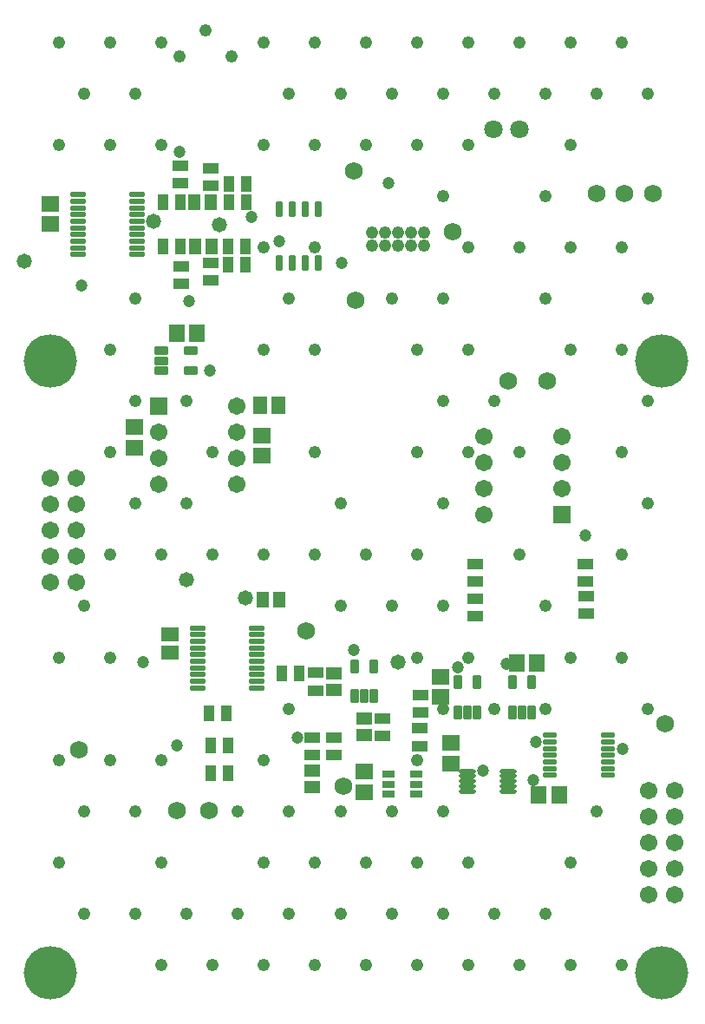
<source format=gbr>
%TF.GenerationSoftware,Altium Limited,Altium Designer,18.0.9 (584)*%
G04 Layer_Color=8388736*
%FSLAX26Y26*%
%MOIN*%
%TF.FileFunction,Soldermask,Top*%
%TF.Part,Single*%
G01*
G75*
%TA.AperFunction,ComponentPad*%
%ADD43C,0.068000*%
%TA.AperFunction,SMDPad,CuDef*%
%ADD55R,0.069024X0.061150*%
%ADD56R,0.061150X0.069024*%
%ADD57R,0.059181X0.041465*%
%ADD58O,0.063118X0.021779*%
%ADD59R,0.065087X0.053276*%
%ADD60R,0.047370X0.031622*%
%ADD61R,0.045402X0.061150*%
G04:AMPARAMS|DCode=62|XSize=33.591mil|YSize=55.244mil|CornerRadius=5.919mil|HoleSize=0mil|Usage=FLASHONLY|Rotation=180.000|XOffset=0mil|YOffset=0mil|HoleType=Round|Shape=RoundedRectangle|*
%AMROUNDEDRECTD62*
21,1,0.033591,0.043406,0,0,180.0*
21,1,0.021752,0.055244,0,0,180.0*
1,1,0.011839,-0.010876,0.021703*
1,1,0.011839,0.010876,0.021703*
1,1,0.011839,0.010876,-0.021703*
1,1,0.011839,-0.010876,-0.021703*
%
%ADD62ROUNDEDRECTD62*%
G04:AMPARAMS|DCode=63|XSize=29.654mil|YSize=57.213mil|CornerRadius=5.949mil|HoleSize=0mil|Usage=FLASHONLY|Rotation=0.000|XOffset=0mil|YOffset=0mil|HoleType=Round|Shape=RoundedRectangle|*
%AMROUNDEDRECTD63*
21,1,0.029654,0.045315,0,0,0.0*
21,1,0.017756,0.057213,0,0,0.0*
1,1,0.011898,0.008878,-0.022657*
1,1,0.011898,-0.008878,-0.022657*
1,1,0.011898,-0.008878,0.022657*
1,1,0.011898,0.008878,0.022657*
%
%ADD63ROUNDEDRECTD63*%
%ADD64O,0.057213X0.021779*%
%ADD65O,0.065087X0.017843*%
G04:AMPARAMS|DCode=66|XSize=33.591mil|YSize=55.244mil|CornerRadius=5.919mil|HoleSize=0mil|Usage=FLASHONLY|Rotation=90.000|XOffset=0mil|YOffset=0mil|HoleType=Round|Shape=RoundedRectangle|*
%AMROUNDEDRECTD66*
21,1,0.033591,0.043406,0,0,90.0*
21,1,0.021752,0.055244,0,0,90.0*
1,1,0.011839,0.021703,0.010876*
1,1,0.011839,0.021703,-0.010876*
1,1,0.011839,-0.021703,-0.010876*
1,1,0.011839,-0.021703,0.010876*
%
%ADD66ROUNDEDRECTD66*%
%ADD67R,0.041465X0.059181*%
%ADD68R,0.061150X0.045402*%
%ADD69R,0.053276X0.065087*%
%TA.AperFunction,ComponentPad*%
%ADD70C,0.067055*%
%ADD71C,0.070992*%
%ADD72C,0.048000*%
%ADD73R,0.067055X0.067055*%
%TA.AperFunction,ViaPad*%
%ADD74C,0.204850*%
%ADD75C,0.047370*%
%ADD76C,0.058000*%
%ADD77C,0.048000*%
D43*
X634913Y774110D02*
D03*
X2058338Y2423260D02*
D03*
X1908732D02*
D03*
X1315110Y3231110D02*
D03*
X1323110Y2735110D02*
D03*
X2466110Y3145110D02*
D03*
X2355110Y3145110D02*
D03*
X2250110Y3143810D02*
D03*
X1694110Y2997110D02*
D03*
X1132110Y1463110D02*
D03*
X760110Y774110D02*
D03*
X257759Y1005858D02*
D03*
X1275110Y868110D02*
D03*
X2511110Y1107110D02*
D03*
D55*
X1647386Y1209197D02*
D03*
Y1287937D02*
D03*
X1687110Y1032480D02*
D03*
Y953740D02*
D03*
X1355110Y922480D02*
D03*
Y843740D02*
D03*
X473110Y2167740D02*
D03*
Y2246480D02*
D03*
X963110Y2214480D02*
D03*
Y2135740D02*
D03*
X147110Y3105276D02*
D03*
Y3026535D02*
D03*
D56*
X2104480Y833110D02*
D03*
X2025740D02*
D03*
X2019733Y1340110D02*
D03*
X1940992D02*
D03*
X634740Y2606110D02*
D03*
X713480D02*
D03*
D57*
X1571110Y1216575D02*
D03*
Y1149646D02*
D03*
X1783110Y1519646D02*
D03*
Y1586575D02*
D03*
X2208110Y1531646D02*
D03*
Y1598575D02*
D03*
X2205110Y1653646D02*
D03*
Y1720575D02*
D03*
X1783110Y1653646D02*
D03*
Y1720575D02*
D03*
X1570362Y1089109D02*
D03*
Y1022180D02*
D03*
X648110Y3182646D02*
D03*
Y3249575D02*
D03*
X651110Y2798646D02*
D03*
Y2865575D02*
D03*
X764110Y2877575D02*
D03*
Y2810646D02*
D03*
X766110Y3174646D02*
D03*
Y3241575D02*
D03*
X1168110Y1302575D02*
D03*
Y1235646D02*
D03*
X1155110Y1054575D02*
D03*
Y987646D02*
D03*
X1237110Y1054575D02*
D03*
Y987646D02*
D03*
X1425110Y1128575D02*
D03*
Y1061646D02*
D03*
D58*
X716922Y1475268D02*
D03*
Y1449678D02*
D03*
Y1424086D02*
D03*
Y1398496D02*
D03*
Y1372906D02*
D03*
Y1347314D02*
D03*
Y1321724D02*
D03*
Y1296134D02*
D03*
Y1270544D02*
D03*
Y1244952D02*
D03*
X943300Y1475268D02*
D03*
Y1449678D02*
D03*
Y1424086D02*
D03*
Y1398496D02*
D03*
Y1372906D02*
D03*
Y1347314D02*
D03*
Y1321724D02*
D03*
Y1296134D02*
D03*
Y1270544D02*
D03*
Y1244952D02*
D03*
X255944Y3139724D02*
D03*
Y3114134D02*
D03*
Y3088544D02*
D03*
Y3062952D02*
D03*
Y3037362D02*
D03*
Y3011772D02*
D03*
Y2986182D02*
D03*
Y2960590D02*
D03*
Y2935000D02*
D03*
Y2909410D02*
D03*
X482322Y3139724D02*
D03*
Y3114134D02*
D03*
Y3088544D02*
D03*
Y3062952D02*
D03*
Y3037362D02*
D03*
Y3011772D02*
D03*
Y2986182D02*
D03*
Y2960590D02*
D03*
Y2935000D02*
D03*
Y2909410D02*
D03*
D59*
X610110Y1379678D02*
D03*
Y1450544D02*
D03*
D60*
X1447574Y912796D02*
D03*
Y875394D02*
D03*
Y837992D02*
D03*
X1555842D02*
D03*
Y875394D02*
D03*
Y912796D02*
D03*
D61*
X703614Y3110111D02*
D03*
X766606D02*
D03*
X704614Y2941111D02*
D03*
X767606D02*
D03*
X965614Y1585110D02*
D03*
X1028606D02*
D03*
D62*
X1317984Y1212496D02*
D03*
X1355386D02*
D03*
X1392788D02*
D03*
Y1328638D02*
D03*
X1317984D02*
D03*
X1924386Y1149932D02*
D03*
X1961788D02*
D03*
X1999188D02*
D03*
Y1266074D02*
D03*
X1924386D02*
D03*
X1714216Y1151496D02*
D03*
X1751618D02*
D03*
X1789018D02*
D03*
Y1267638D02*
D03*
X1714216D02*
D03*
D63*
X1179134Y3082914D02*
D03*
X1129134D02*
D03*
X1079134D02*
D03*
X1029134D02*
D03*
X1179134Y2876220D02*
D03*
X1129134D02*
D03*
X1079134D02*
D03*
X1029134D02*
D03*
D64*
X2069622Y1063386D02*
D03*
Y1037796D02*
D03*
Y1012204D02*
D03*
Y986614D02*
D03*
Y961024D02*
D03*
Y935434D02*
D03*
Y909842D02*
D03*
X2292062Y1063386D02*
D03*
Y1037796D02*
D03*
Y1012204D02*
D03*
Y986614D02*
D03*
Y961024D02*
D03*
Y935434D02*
D03*
Y909842D02*
D03*
D65*
X1910292Y846772D02*
D03*
Y866456D02*
D03*
Y886142D02*
D03*
Y905826D02*
D03*
Y925512D02*
D03*
X1750842Y846772D02*
D03*
Y866456D02*
D03*
Y886142D02*
D03*
Y905826D02*
D03*
Y925512D02*
D03*
D66*
X574040Y2539512D02*
D03*
Y2502110D02*
D03*
Y2464708D02*
D03*
X690182D02*
D03*
Y2539512D02*
D03*
D67*
X835646Y3110110D02*
D03*
X902575D02*
D03*
X834646Y3181110D02*
D03*
X901575D02*
D03*
X832646Y2871110D02*
D03*
X899575D02*
D03*
X647575Y2941095D02*
D03*
X580646D02*
D03*
X832646D02*
D03*
X899575D02*
D03*
X581646Y3110110D02*
D03*
X648575D02*
D03*
X1038646Y1301110D02*
D03*
X1105575D02*
D03*
X826575Y1148110D02*
D03*
X759646D02*
D03*
X833575Y917110D02*
D03*
X766646D02*
D03*
X833575Y1024110D02*
D03*
X766646D02*
D03*
D68*
X1238110Y1237614D02*
D03*
Y1300606D02*
D03*
X1356110Y1063614D02*
D03*
Y1126606D02*
D03*
X1156110Y927606D02*
D03*
Y864614D02*
D03*
D69*
X1026543Y2331110D02*
D03*
X955677D02*
D03*
D70*
X150110Y2050110D02*
D03*
Y1950110D02*
D03*
Y1850110D02*
D03*
Y1750110D02*
D03*
Y1650110D02*
D03*
X250110Y2050110D02*
D03*
Y1950110D02*
D03*
Y1850110D02*
D03*
Y1750110D02*
D03*
Y1650110D02*
D03*
X1814134Y2209568D02*
D03*
Y2109568D02*
D03*
Y2009568D02*
D03*
Y1909568D02*
D03*
X2114134Y2209568D02*
D03*
Y2109568D02*
D03*
Y2009568D02*
D03*
X2450110Y850110D02*
D03*
Y750110D02*
D03*
Y650110D02*
D03*
Y550110D02*
D03*
Y450110D02*
D03*
X2550110Y850110D02*
D03*
Y750110D02*
D03*
Y650110D02*
D03*
Y550110D02*
D03*
Y450110D02*
D03*
X866110Y2027110D02*
D03*
Y2127110D02*
D03*
Y2227110D02*
D03*
Y2327110D02*
D03*
X566110Y2027110D02*
D03*
Y2127110D02*
D03*
Y2227110D02*
D03*
D71*
X1952110Y3390110D02*
D03*
X1852110D02*
D03*
D72*
X644110Y3669110D02*
D03*
X844110D02*
D03*
X744110Y3769110D02*
D03*
X1585110Y2995112D02*
D03*
Y2945112D02*
D03*
X1535110Y2995112D02*
D03*
Y2945112D02*
D03*
X1485110Y2995112D02*
D03*
Y2945112D02*
D03*
X1435110Y2995112D02*
D03*
Y2945112D02*
D03*
X1385110Y2995112D02*
D03*
Y2945112D02*
D03*
D73*
X2114134Y1909568D02*
D03*
X566110Y2327110D02*
D03*
D74*
X150110Y150110D02*
D03*
X2500110D02*
D03*
X150110Y2500110D02*
D03*
X2500110D02*
D03*
D75*
X1903009Y1337474D02*
D03*
X1813252Y926110D02*
D03*
X2005362Y890110D02*
D03*
X2350110Y1010110D02*
D03*
X270110Y2790110D02*
D03*
X2205110Y1830110D02*
D03*
X2015488Y1038780D02*
D03*
X1713800Y1325110D02*
D03*
X645110Y3305110D02*
D03*
X1030110Y2960110D02*
D03*
X921110Y3055110D02*
D03*
X682110Y2732110D02*
D03*
X1447616Y3185110D02*
D03*
X1268110Y2876110D02*
D03*
X762110Y2463110D02*
D03*
X1099110Y1053110D02*
D03*
X1316110Y1392065D02*
D03*
X505110Y1344110D02*
D03*
X634922Y1024110D02*
D03*
D76*
X1485110Y1345110D02*
D03*
X900000Y1591492D02*
D03*
X672000Y1662000D02*
D03*
X49000Y2883000D02*
D03*
X797110Y3023110D02*
D03*
X544110Y3037362D02*
D03*
D77*
X279528Y377953D02*
D03*
X181102Y574803D02*
D03*
X279528Y771654D02*
D03*
X181102Y968504D02*
D03*
Y1362205D02*
D03*
X279528Y1559055D02*
D03*
X181102Y3330709D02*
D03*
X279528Y3527559D02*
D03*
X181102Y3724410D02*
D03*
X476378Y377953D02*
D03*
Y771654D02*
D03*
X377953Y968504D02*
D03*
Y1362205D02*
D03*
Y1755906D02*
D03*
X476378Y1952756D02*
D03*
X377953Y2149606D02*
D03*
X476378Y2346457D02*
D03*
X377953Y2543307D02*
D03*
X476378Y2740158D02*
D03*
X377953Y3330709D02*
D03*
X476378Y3527559D02*
D03*
X377953Y3724410D02*
D03*
X574803Y181102D02*
D03*
X673228Y377953D02*
D03*
X574803Y574803D02*
D03*
Y968504D02*
D03*
Y1755906D02*
D03*
X673228Y1952756D02*
D03*
Y2346457D02*
D03*
X574803Y3330709D02*
D03*
Y3724410D02*
D03*
X771654Y181102D02*
D03*
X870079Y377953D02*
D03*
Y771654D02*
D03*
X771654Y1755906D02*
D03*
Y2149606D02*
D03*
X968504Y181102D02*
D03*
X1066929Y377953D02*
D03*
X968504Y574803D02*
D03*
X1066929Y771654D02*
D03*
X968504Y968504D02*
D03*
X1066929Y1165354D02*
D03*
X968504Y1755906D02*
D03*
Y2543307D02*
D03*
X1066929Y2740158D02*
D03*
X968504Y2937008D02*
D03*
Y3330709D02*
D03*
X1066929Y3527559D02*
D03*
X968504Y3724410D02*
D03*
X1165354Y181102D02*
D03*
X1263780Y377953D02*
D03*
X1165354Y574803D02*
D03*
X1263780Y771654D02*
D03*
Y1559055D02*
D03*
X1165354Y1755906D02*
D03*
X1263780Y1952756D02*
D03*
X1165354Y2149606D02*
D03*
Y2543307D02*
D03*
Y2937008D02*
D03*
Y3330709D02*
D03*
X1263780Y3527559D02*
D03*
X1165354Y3724410D02*
D03*
X1362205Y181102D02*
D03*
X1460630Y377953D02*
D03*
X1362205Y574803D02*
D03*
X1460630Y771654D02*
D03*
Y1559055D02*
D03*
X1362205Y1755906D02*
D03*
X1460630Y2740158D02*
D03*
X1362205Y3330709D02*
D03*
X1460630Y3527559D02*
D03*
X1362205Y3724410D02*
D03*
X1559055Y181102D02*
D03*
X1657480Y377953D02*
D03*
X1559055Y574803D02*
D03*
X1657480Y771654D02*
D03*
X1559055Y968504D02*
D03*
X1657480Y1165354D02*
D03*
X1559055Y1362205D02*
D03*
X1657480Y1559055D02*
D03*
X1559055Y1755906D02*
D03*
X1657480Y1952756D02*
D03*
X1559055Y2149606D02*
D03*
X1657480Y2346457D02*
D03*
X1559055Y2543307D02*
D03*
X1657480Y2740158D02*
D03*
Y3133858D02*
D03*
X1559055Y3330709D02*
D03*
X1657480Y3527559D02*
D03*
X1559055Y3724410D02*
D03*
X1755906Y181102D02*
D03*
X1854331Y377953D02*
D03*
X1755906Y574803D02*
D03*
X1854331Y1165354D02*
D03*
X1755906Y1362205D02*
D03*
Y2149606D02*
D03*
X1854331Y2346457D02*
D03*
X1755906Y2543307D02*
D03*
Y2937008D02*
D03*
Y3330709D02*
D03*
X1854331Y3527559D02*
D03*
X1755906Y3724410D02*
D03*
X1952756Y181102D02*
D03*
X2051181Y377953D02*
D03*
Y1165354D02*
D03*
Y1559055D02*
D03*
X1952756Y1755906D02*
D03*
Y2149606D02*
D03*
X2051181Y2740158D02*
D03*
X1952756Y2937008D02*
D03*
X2051181Y3133858D02*
D03*
Y3527559D02*
D03*
X1952756Y3724410D02*
D03*
X2149606Y181102D02*
D03*
Y574803D02*
D03*
X2248032Y771654D02*
D03*
X2149606Y1362205D02*
D03*
Y2543307D02*
D03*
Y2937008D02*
D03*
Y3330709D02*
D03*
X2248032Y3527559D02*
D03*
X2149606Y3724410D02*
D03*
X2346457Y181102D02*
D03*
X2444882Y1165354D02*
D03*
X2346457Y1362205D02*
D03*
Y1755906D02*
D03*
X2444882Y1952756D02*
D03*
X2346457Y2149606D02*
D03*
X2444882Y2346457D02*
D03*
X2346457Y2543307D02*
D03*
X2444882Y2740158D02*
D03*
X2346457Y2937008D02*
D03*
X2444882Y3527559D02*
D03*
X2346457Y3724410D02*
D03*
%TF.MD5,c4941f1168e18af597ea6e2524c6b911*%
M02*

</source>
